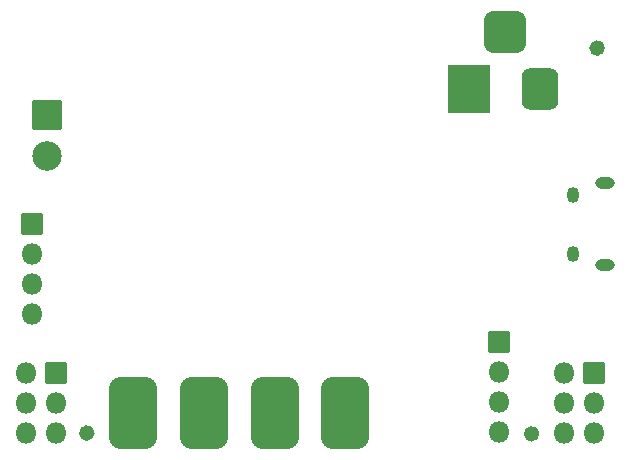
<source format=gbs>
G04 #@! TF.GenerationSoftware,KiCad,Pcbnew,(6.0.2)*
G04 #@! TF.CreationDate,2022-03-19T12:24:11+01:00*
G04 #@! TF.ProjectId,prova-buck,70726f76-612d-4627-9563-6b2e6b696361,rev?*
G04 #@! TF.SameCoordinates,Original*
G04 #@! TF.FileFunction,Soldermask,Bot*
G04 #@! TF.FilePolarity,Negative*
%FSLAX46Y46*%
G04 Gerber Fmt 4.6, Leading zero omitted, Abs format (unit mm)*
G04 Created by KiCad (PCBNEW (6.0.2)) date 2022-03-19 12:24:11*
%MOMM*%
%LPD*%
G01*
G04 APERTURE LIST*
G04 Aperture macros list*
%AMRoundRect*
0 Rectangle with rounded corners*
0 $1 Rounding radius*
0 $2 $3 $4 $5 $6 $7 $8 $9 X,Y pos of 4 corners*
0 Add a 4 corners polygon primitive as box body*
4,1,4,$2,$3,$4,$5,$6,$7,$8,$9,$2,$3,0*
0 Add four circle primitives for the rounded corners*
1,1,$1+$1,$2,$3*
1,1,$1+$1,$4,$5*
1,1,$1+$1,$6,$7*
1,1,$1+$1,$8,$9*
0 Add four rect primitives between the rounded corners*
20,1,$1+$1,$2,$3,$4,$5,0*
20,1,$1+$1,$4,$5,$6,$7,0*
20,1,$1+$1,$6,$7,$8,$9,0*
20,1,$1+$1,$8,$9,$2,$3,0*%
G04 Aperture macros list end*
%ADD10C,0.650000*%
%ADD11RoundRect,0.050000X-1.200000X1.200000X-1.200000X-1.200000X1.200000X-1.200000X1.200000X1.200000X0*%
%ADD12C,2.500000*%
%ADD13C,0.296000*%
%ADD14RoundRect,0.050000X-0.850000X-0.850000X0.850000X-0.850000X0.850000X0.850000X-0.850000X0.850000X0*%
%ADD15O,1.800000X1.800000*%
%ADD16RoundRect,0.050000X1.750000X2.000000X-1.750000X2.000000X-1.750000X-2.000000X1.750000X-2.000000X0*%
%ADD17RoundRect,0.800000X0.750000X1.000000X-0.750000X1.000000X-0.750000X-1.000000X0.750000X-1.000000X0*%
%ADD18RoundRect,0.925000X0.875000X0.875000X-0.875000X0.875000X-0.875000X-0.875000X0.875000X-0.875000X0*%
%ADD19O,1.050000X1.350000*%
%ADD20O,1.650000X0.990000*%
%ADD21RoundRect,1.050000X1.000000X2.000000X-1.000000X2.000000X-1.000000X-2.000000X1.000000X-2.000000X0*%
%ADD22RoundRect,1.050000X-1.000000X-2.000000X1.000000X-2.000000X1.000000X2.000000X-1.000000X2.000000X0*%
%ADD23RoundRect,0.050000X0.850000X0.850000X-0.850000X0.850000X-0.850000X-0.850000X0.850000X-0.850000X0*%
G04 APERTURE END LIST*
D10*
X162575000Y-111760000D02*
G75*
G03*
X162575000Y-111760000I-325000J0D01*
G01*
X124925000Y-111700000D02*
G75*
G03*
X124925000Y-111700000I-325000J0D01*
G01*
X168125000Y-79100000D02*
G75*
G03*
X168125000Y-79100000I-325000J0D01*
G01*
D11*
X121200000Y-84750000D03*
D12*
X121200000Y-88250000D03*
D13*
X162250000Y-111760000D03*
D14*
X120000000Y-94000000D03*
D15*
X120000000Y-96540000D03*
X120000000Y-99080000D03*
X120000000Y-101620000D03*
D16*
X157000000Y-82550000D03*
D17*
X163000000Y-82550000D03*
D18*
X160000000Y-77750000D03*
D19*
X165800000Y-91500000D03*
X165800000Y-96500000D03*
D20*
X168500000Y-97500000D03*
X168500000Y-90500000D03*
D14*
X159500000Y-104000000D03*
D15*
X159500000Y-106540000D03*
X159500000Y-109080000D03*
X159500000Y-111620000D03*
D13*
X124600000Y-111700000D03*
D21*
X146500000Y-110000000D03*
D22*
X140500000Y-110000000D03*
D21*
X134500000Y-110000000D03*
D22*
X128500000Y-110000000D03*
D13*
X167800000Y-79100000D03*
D23*
X167500000Y-106580000D03*
D15*
X164960000Y-106580000D03*
X167500000Y-109120000D03*
X164960000Y-109120000D03*
X167500000Y-111660000D03*
X164960000Y-111660000D03*
D23*
X121960000Y-106580000D03*
D15*
X119420000Y-106580000D03*
X121960000Y-109120000D03*
X119420000Y-109120000D03*
X121960000Y-111660000D03*
X119420000Y-111660000D03*
M02*

</source>
